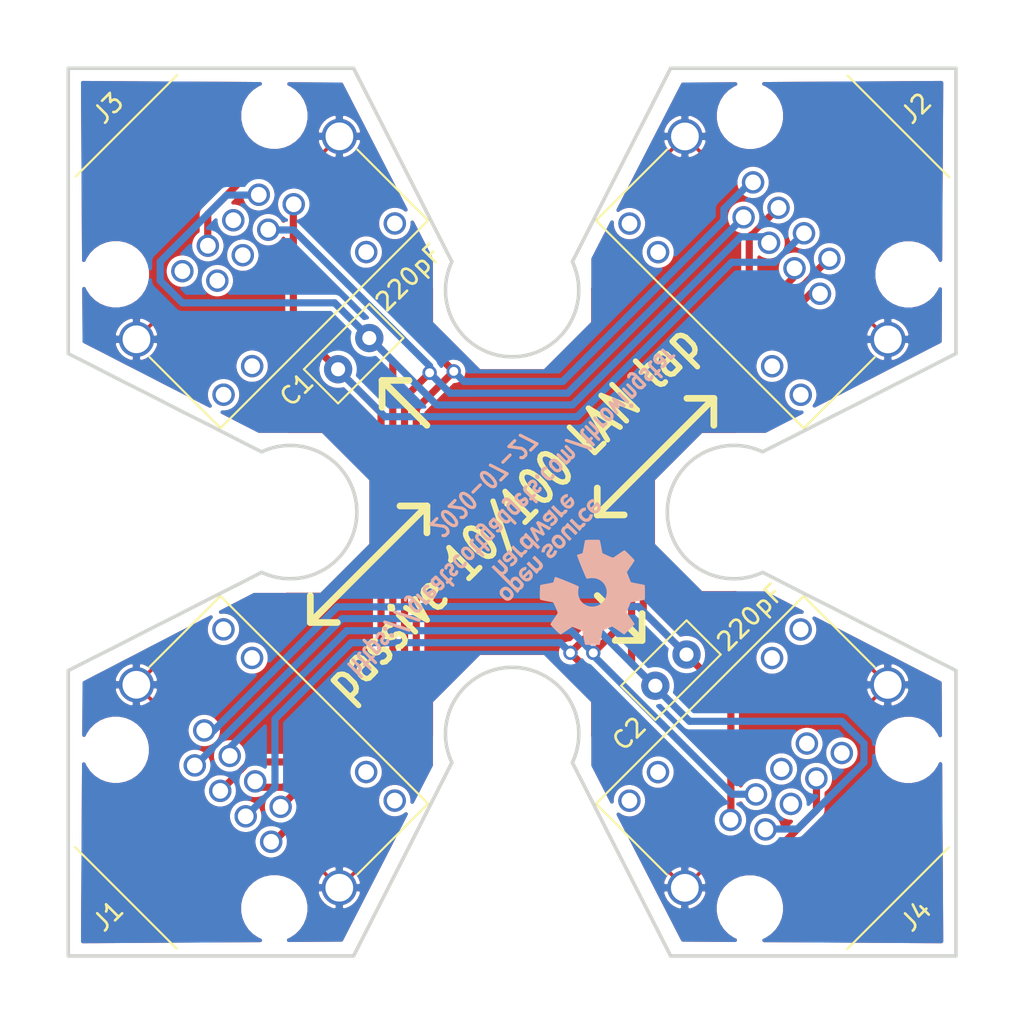
<source format=kicad_pcb>
(kicad_pcb (version 20171130) (host pcbnew 5.1.6)
  (title_block (title "Throwing Star LAN Tap") (date 2020-07-27) (company "Copyright (c) 2010-2020 Great Scott Gadgets <info@greatscottgadgets.com>") (comment 1 "Licensed under the CERN-OHL-P v2"))
  (layers (0 Front signal) (31 Back signal) (34 B.Paste user) (35 F.Paste user) (36 B.SilkS user) (37 F.SilkS user) (38 B.Mask user) (39 F.Mask user) (44 Edge.Cuts user))
  (net 0 "")
  (net 1 /SIG1)
  (net 2 /SIG2)
  (net 3 /SIG3)
  (net 4 /SIG4)
  (net 5 /SIG5)
  (net 6 /SIG6)
  (net 7 /SIG7)
  (net 8 /SIG8)
  (net 9 GND)
  (net 10 "Net-(J3-Pad4)")
  (net 11 "Net-(J3-Pad2)")
  (net 12 "Net-(J3-Pad5)")
  (net 13 "Net-(J3-Pad1)")
  (net 14 "Net-(J4-Pad4)")
  (net 15 "Net-(J4-Pad2)")
  (net 16 "Net-(J4-Pad5)")
  (net 17 "Net-(J4-Pad1)")
  (module Symbol:OSHW-Logo_7.5x8mm_SilkScreen (layer Back) (at 151.892 94.5896 45)
    (fp_text reference REF** hide)
    (fp_text value OSHW-Logo_7.5x8mm_SilkScreen hide)
  )
  (module throwing-star:RJ45_Amphenol_RJHSE538X_TSLT (layer Front) (at 166.7633 104.421797 225)
    (fp_text reference J4 (at 3.560001 -9.5 45) (layer F.SilkS))
    (fp_text value RJ45_Shielded)
    (pad 1 thru_hole circle (at 0 0 225) (size 1.27 1.27) (drill 0.89) (layers *.Cu *.Mask) (net 17 "Net-(J4-Pad1)"))
    (pad 3 thru_hole circle (at 2.04 0 225) (size 1.27 1.27) (drill 0.89) (layers *.Cu *.Mask) (net 3 /SIG3))
    (pad 5 thru_hole circle (at 4.08 0 225) (size 1.27 1.27) (drill 0.89) (layers *.Cu *.Mask) (net 16 "Net-(J4-Pad5)"))
    (pad 7 thru_hole circle (at 6.12 0 225) (size 1.27 1.27) (drill 0.89) (layers *.Cu *.Mask) (net 7 /SIG7))
    (pad 2 thru_hole circle (at 1.02 1.78 225) (size 1.27 1.27) (drill 0.89) (layers *.Cu *.Mask) (net 15 "Net-(J4-Pad2)"))
    (pad 4 thru_hole circle (at 3.06 1.78 225) (size 1.27 1.27) (drill 0.89) (layers *.Cu *.Mask) (net 14 "Net-(J4-Pad4)"))
    (pad 6 thru_hole circle (at 5.1 1.78 225) (size 1.27 1.27) (drill 0.89) (layers *.Cu *.Mask) (net 6 /SIG6))
    (pad 8 thru_hole circle (at 7.14 1.78 225) (size 1.27 1.27) (drill 0.89) (layers *.Cu *.Mask) (net 8 /SIG8))
    (pad "" np_thru_hole circle (at -2.79 -2.54 225) (size 3.25 3.25) (drill 3.25) (layers *.Cu *.Mask))
    (pad "" np_thru_hole circle (at 9.91 -2.54 225) (size 3.25 3.25) (drill 3.25) (layers *.Cu *.Mask))
    (pad SH thru_hole circle (at 11.69 0.89 225) (size 2 2) (drill 1.57) (layers *.Cu *.Mask) (net 9 GND))
    (pad SH thru_hole circle (at -4.57 0.89 225) (size 2 2) (drill 1.57) (layers *.Cu *.Mask) (net 9 GND))
    (pad 9 thru_hole circle (at -3.3 6.6 225) (size 1.27 1.27) (drill 0.89) (layers *.Cu *.Mask))
    (pad 10 thru_hole circle (at -1.01 6.6 225) (size 1.27 1.27) (drill 0.89) (layers *.Cu *.Mask))
    (pad 11 thru_hole circle (at 8.13 6.6 225) (size 1.27 1.27) (drill 0.89) (layers *.Cu *.Mask))
    (pad 12 thru_hole circle (at 10.42 6.6 225) (size 1.27 1.27) (drill 0.89) (layers *.Cu *.Mask))
  )
  (module throwing-star:RJ45_Amphenol_RJHSE538X_TSLT (layer Front) (at 161.734357 72.09322 315)
    (fp_text reference J2 (at 3.560001 -9.5 225) (layer F.SilkS))
    (fp_text value RJ45_Shielded)
    (pad 1 thru_hole circle (at 0 0 315) (size 1.27 1.27) (drill 0.89) (layers *.Cu *.Mask) (net 1 /SIG1))
    (pad 3 thru_hole circle (at 2.04 0 315) (size 1.27 1.27) (drill 0.89) (layers *.Cu *.Mask) (net 3 /SIG3))
    (pad 5 thru_hole circle (at 4.08 0 315) (size 1.27 1.27) (drill 0.89) (layers *.Cu *.Mask) (net 5 /SIG5))
    (pad 7 thru_hole circle (at 6.12 0 315) (size 1.27 1.27) (drill 0.89) (layers *.Cu *.Mask) (net 7 /SIG7))
    (pad 2 thru_hole circle (at 1.02 1.78 315) (size 1.27 1.27) (drill 0.89) (layers *.Cu *.Mask) (net 2 /SIG2))
    (pad 4 thru_hole circle (at 3.06 1.78 315) (size 1.27 1.27) (drill 0.89) (layers *.Cu *.Mask) (net 4 /SIG4))
    (pad 6 thru_hole circle (at 5.1 1.78 315) (size 1.27 1.27) (drill 0.89) (layers *.Cu *.Mask) (net 6 /SIG6))
    (pad 8 thru_hole circle (at 7.14 1.78 315) (size 1.27 1.27) (drill 0.89) (layers *.Cu *.Mask) (net 8 /SIG8))
    (pad "" np_thru_hole circle (at -2.79 -2.54 315) (size 3.25 3.25) (drill 3.25) (layers *.Cu *.Mask))
    (pad "" np_thru_hole circle (at 9.91 -2.54 315) (size 3.25 3.25) (drill 3.25) (layers *.Cu *.Mask))
    (pad SH thru_hole circle (at 11.69 0.89 315) (size 2 2) (drill 1.57) (layers *.Cu *.Mask) (net 9 GND))
    (pad SH thru_hole circle (at -4.57 0.89 315) (size 2 2) (drill 1.57) (layers *.Cu *.Mask) (net 9 GND))
    (pad 9 thru_hole circle (at -3.3 6.6 315) (size 1.27 1.27) (drill 0.89) (layers *.Cu *.Mask))
    (pad 10 thru_hole circle (at -1.01 6.6 315) (size 1.27 1.27) (drill 0.89) (layers *.Cu *.Mask))
    (pad 11 thru_hole circle (at 8.13 6.6 315) (size 1.27 1.27) (drill 0.89) (layers *.Cu *.Mask))
    (pad 12 thru_hole circle (at 10.42 6.6 315) (size 1.27 1.27) (drill 0.89) (layers *.Cu *.Mask))
  )
  (module throwing-star:RJ45_Amphenol_RJHSE538X_TSLT (layer Front) (at 134.432183 109.45074 135)
    (fp_text reference J1 (at 3.560001 -9.5 225) (layer F.SilkS))
    (fp_text value RJ45_Shielded)
    (pad 1 thru_hole circle (at 0 0 135) (size 1.27 1.27) (drill 0.89) (layers *.Cu *.Mask) (net 1 /SIG1))
    (pad 3 thru_hole circle (at 2.04 0 135) (size 1.27 1.27) (drill 0.89) (layers *.Cu *.Mask) (net 3 /SIG3))
    (pad 5 thru_hole circle (at 4.08 0 135) (size 1.27 1.27) (drill 0.89) (layers *.Cu *.Mask) (net 5 /SIG5))
    (pad 7 thru_hole circle (at 6.12 0 135) (size 1.27 1.27) (drill 0.89) (layers *.Cu *.Mask) (net 7 /SIG7))
    (pad 2 thru_hole circle (at 1.02 1.78 135) (size 1.27 1.27) (drill 0.89) (layers *.Cu *.Mask) (net 2 /SIG2))
    (pad 4 thru_hole circle (at 3.06 1.78 135) (size 1.27 1.27) (drill 0.89) (layers *.Cu *.Mask) (net 4 /SIG4))
    (pad 6 thru_hole circle (at 5.1 1.78 135) (size 1.27 1.27) (drill 0.89) (layers *.Cu *.Mask) (net 6 /SIG6))
    (pad 8 thru_hole circle (at 7.14 1.78 135) (size 1.27 1.27) (drill 0.89) (layers *.Cu *.Mask) (net 8 /SIG8))
    (pad "" np_thru_hole circle (at -2.79 -2.54 135) (size 3.25 3.25) (drill 3.25) (layers *.Cu *.Mask))
    (pad "" np_thru_hole circle (at 9.91 -2.54 135) (size 3.25 3.25) (drill 3.25) (layers *.Cu *.Mask))
    (pad SH thru_hole circle (at 11.69 0.89 135) (size 2 2) (drill 1.57) (layers *.Cu *.Mask) (net 9 GND))
    (pad SH thru_hole circle (at -4.57 0.89 135) (size 2 2) (drill 1.57) (layers *.Cu *.Mask) (net 9 GND))
    (pad 9 thru_hole circle (at -3.3 6.6 135) (size 1.27 1.27) (drill 0.89) (layers *.Cu *.Mask))
    (pad 10 thru_hole circle (at -1.01 6.6 135) (size 1.27 1.27) (drill 0.89) (layers *.Cu *.Mask))
    (pad 11 thru_hole circle (at 8.13 6.6 135) (size 1.27 1.27) (drill 0.89) (layers *.Cu *.Mask))
    (pad 12 thru_hole circle (at 10.42 6.6 135) (size 1.27 1.27) (drill 0.89) (layers *.Cu *.Mask))
  )
  (module throwing-star:RJ45_Amphenol_RJHSE538X_TSLT (layer Front) (at 129.40324 77.122163 45)
    (fp_text reference J3 (at 3.560001 -9.5 45) (layer F.SilkS))
    (fp_text value RJ45_Shielded)
    (pad 1 thru_hole circle (at 0 0 45) (size 1.27 1.27) (drill 0.89) (layers *.Cu *.Mask) (net 13 "Net-(J3-Pad1)"))
    (pad 3 thru_hole circle (at 2.04 0 45) (size 1.27 1.27) (drill 0.89) (layers *.Cu *.Mask) (net 1 /SIG1))
    (pad 5 thru_hole circle (at 4.08 0 45) (size 1.27 1.27) (drill 0.89) (layers *.Cu *.Mask) (net 12 "Net-(J3-Pad5)"))
    (pad 7 thru_hole circle (at 6.12 0 45) (size 1.27 1.27) (drill 0.89) (layers *.Cu *.Mask) (net 4 /SIG4))
    (pad 2 thru_hole circle (at 1.02 1.78 45) (size 1.27 1.27) (drill 0.89) (layers *.Cu *.Mask) (net 11 "Net-(J3-Pad2)"))
    (pad 4 thru_hole circle (at 3.06 1.78 45) (size 1.27 1.27) (drill 0.89) (layers *.Cu *.Mask) (net 10 "Net-(J3-Pad4)"))
    (pad 6 thru_hole circle (at 5.1 1.78 45) (size 1.27 1.27) (drill 0.89) (layers *.Cu *.Mask) (net 2 /SIG2))
    (pad 8 thru_hole circle (at 7.14 1.78 45) (size 1.27 1.27) (drill 0.89) (layers *.Cu *.Mask) (net 5 /SIG5))
    (pad "" np_thru_hole circle (at -2.79 -2.54 45) (size 3.25 3.25) (drill 3.25) (layers *.Cu *.Mask))
    (pad "" np_thru_hole circle (at 9.91 -2.54 45) (size 3.25 3.25) (drill 3.25) (layers *.Cu *.Mask))
    (pad SH thru_hole circle (at 11.69 0.89 45) (size 2 2) (drill 1.57) (layers *.Cu *.Mask) (net 9 GND))
    (pad SH thru_hole circle (at -4.57 0.89 45) (size 2 2) (drill 1.57) (layers *.Cu *.Mask) (net 9 GND))
    (pad 9 thru_hole circle (at -3.3 6.6 45) (size 1.27 1.27) (drill 0.89) (layers *.Cu *.Mask))
    (pad 10 thru_hole circle (at -1.01 6.6 45) (size 1.27 1.27) (drill 0.89) (layers *.Cu *.Mask))
    (pad 11 thru_hole circle (at 8.13 6.6 45) (size 1.27 1.27) (drill 0.89) (layers *.Cu *.Mask))
    (pad 12 thru_hole circle (at 10.42 6.6 45) (size 1.27 1.27) (drill 0.89) (layers *.Cu *.Mask))
  )
  (module Capacitor_THT:C_Disc_D5.0mm_W2.5mm_P2.50mm (layer Front) (at 139.9921 80.9117 225)
    (fp_text reference C1 (at 4.975254 0.838756 45) (layer F.SilkS))
    (fp_text value 220pF (at -4.005002 0.838756 45) (layer F.SilkS))
    (pad 2 thru_hole circle (at 2.5 0 225) (size 1.6 1.6) (drill 0.8) (layers *.Cu *.Mask) (net 5 /SIG5))
    (pad 1 thru_hole circle (at 0 0 225) (size 1.6 1.6) (drill 0.8) (layers *.Cu *.Mask) (net 4 /SIG4))
  )
  (module Capacitor_THT:C_Disc_D5.0mm_W2.5mm_P2.50mm (layer Front) (at 156.1973 100.6094 45)
    (fp_text reference C2 (at -2.974068 0.881861 45) (layer F.SilkS))
    (fp_text value 220pF (at 6.545003 1.061466 45) (layer F.SilkS))
    (pad 1 thru_hole circle (at 0 0 45) (size 1.6 1.6) (drill 0.8) (layers *.Cu *.Mask) (net 7 /SIG7))
    (pad 2 thru_hole circle (at 2.5 0 45) (size 1.6 1.6) (drill 0.8) (layers *.Cu *.Mask) (net 8 /SIG8))
  )
  (gr_text 2020-07-27 (at 146.4564 89.154 225) (layer B.SilkS) (effects (font (size 1.016 0.762) (thickness 0.1778)) (justify mirror)))
  (gr_line (start 152.908 90.932) (end 154.432 90.932) (angle 90) (layer F.SilkS) (width 0.381))
  (gr_line (start 152.908 90.932) (end 152.908 89.408) (angle 90) (layer F.SilkS) (width 0.381))
  (gr_line (start 159.512 84.328) (end 152.908 90.932) (angle 90) (layer F.SilkS) (width 0.381))
  (gr_line (start 159.512 84.328) (end 157.988 84.328) (angle 90) (layer F.SilkS) (width 0.381))
  (gr_line (start 159.512 84.328) (end 159.512 85.852) (angle 90) (layer F.SilkS) (width 0.381))
  (gr_line (start 143.256 90.424) (end 143.256 91.948) (angle 90) (layer F.SilkS) (width 0.381))
  (gr_line (start 143.256 90.424) (end 141.732 90.424) (angle 90) (layer F.SilkS) (width 0.381))
  (gr_line (start 136.652 97.028) (end 143.256 90.424) (angle 90) (layer F.SilkS) (width 0.381))
  (gr_line (start 136.652 97.028) (end 138.176 97.028) (angle 90) (layer F.SilkS) (width 0.381))
  (gr_line (start 136.652 97.028) (end 136.652 95.504) (angle 90) (layer F.SilkS) (width 0.381))
  (gr_line (start 155.448 98.044) (end 152.908 95.504) (angle 90) (layer F.SilkS) (width 0.381))
  (gr_line (start 155.448 98.044) (end 153.924 98.044) (angle 90) (layer F.SilkS) (width 0.381))
  (gr_line (start 155.448 98.044) (end 155.448 96.52) (angle 90) (layer F.SilkS) (width 0.381))
  (gr_line (start 140.716 83.312) (end 143.256 85.852) (angle 90) (layer F.SilkS) (width 0.381))
  (gr_line (start 140.716 83.312) (end 142.24 83.312) (angle 90) (layer F.SilkS) (width 0.381))
  (gr_line (start 140.716 83.312) (end 140.716 84.836) (angle 90) (layer F.SilkS) (width 0.381))
  (gr_text "passive 10/100 LAN tap" (at 148.08454 90.77198 45) (layer F.SilkS) (effects (font (size 2.032 1.524) (thickness 0.3048))))
  (gr_text https://greatscottgadgets.com/throwingstar (at 148.08454 90.77198 225) (layer B.SilkS) (effects (font (size 1.016 0.762) (thickness 0.1778)) (justify mirror)))
  (gr_arc (start 148.08454 103.34498) (end 144.67078 104.96042) (angle 230.7) (layer Edge.Cuts) (width 0.2032))
  (gr_arc (start 135.51154 90.77198) (end 133.89356 87.36076) (angle 230.7) (layer Edge.Cuts) (width 0.2032))
  (gr_arc (start 148.08454 78.19898) (end 151.49576 76.58354) (angle 230.7) (layer Edge.Cuts) (width 0.2032))
  (gr_arc (start 160.655 90.77198) (end 162.27298 94.18574) (angle 230.7) (layer Edge.Cuts) (width 0.2032))
  (gr_line (start 173.228 99.75342) (end 162.27298 94.18574) (angle 90) (layer Edge.Cuts) (width 0.2032))
  (gr_line (start 157.06344 115.91798) (end 151.49576 104.96042) (angle 90) (layer Edge.Cuts) (width 0.2032))
  (gr_line (start 139.1031 115.91798) (end 144.67078 104.96042) (angle 90) (layer Edge.Cuts) (width 0.2032))
  (gr_line (start 122.93854 99.75342) (end 133.89356 94.18574) (angle 90) (layer Edge.Cuts) (width 0.2032))
  (gr_line (start 122.93854 81.79308) (end 133.89356 87.36076) (angle 90) (layer Edge.Cuts) (width 0.2032))
  (gr_line (start 139.1031 65.62852) (end 144.67078 76.58354) (angle 90) (layer Edge.Cuts) (width 0.2032))
  (gr_line (start 173.228 115.91798) (end 157.06344 115.91798) (angle 90) (layer Edge.Cuts) (width 0.2032))
  (gr_line (start 173.228 115.91798) (end 173.228 99.75342) (angle 90) (layer Edge.Cuts) (width 0.2032))
  (gr_line (start 122.93854 115.91798) (end 139.1031 115.91798) (angle 90) (layer Edge.Cuts) (width 0.2032))
  (gr_line (start 122.93854 115.91798) (end 122.93854 99.75342) (angle 90) (layer Edge.Cuts) (width 0.2032))
  (gr_line (start 122.93854 65.62852) (end 122.93854 81.79308) (angle 90) (layer Edge.Cuts) (width 0.2032))
  (gr_line (start 122.93854 65.62852) (end 139.1031 65.62852) (angle 90) (layer Edge.Cuts) (width 0.2032))
  (gr_line (start 157.06344 65.62852) (end 151.49576 76.58354) (angle 90) (layer Edge.Cuts) (width 0.2032))
  (gr_line (start 173.228 65.62852) (end 157.06344 65.62852) (angle 90) (layer Edge.Cuts) (width 0.2032))
  (gr_line (start 173.228 81.79308) (end 162.27298 87.36076) (angle 90) (layer Edge.Cuts) (width 0.2032))
  (gr_line (start 173.228 65.62852) (end 173.228 81.79308) (angle 90) (layer Edge.Cuts) (width 0.2032))
  (segment (start 134.43204 109.45114) (end 134.57682 109.45114) (width 0.4064) (layer Front) (net 1))
  (segment (start 142.65402 84.92236) (end 142.65402 100.73386) (width 0.4064) (layer Front) (net 1))
  (segment (start 142.65402 100.73386) (end 136.08558 107.3023) (width 0.4064) (layer Front) (net 1))
  (segment (start 136.08558 107.3023) (end 136.08558 107.94238) (width 0.4064) (layer Front) (net 1))
  (segment (start 142.65402 84.92236) (end 144.77746 82.79892) (width 0.4064) (layer Front) (net 1))
  (segment (start 134.57682 109.45114) (end 136.08558 107.94238) (width 0.4064) (layer Front) (net 1))
  (segment (start 130.84048 75.68438) (end 130.84048 73.8886) (width 0.4064) (layer Front) (net 1))
  (segment (start 133.2484 71.48322) (end 130.84048 73.8886) (width 0.4064) (layer Front) (net 1))
  (segment (start 135.61822 71.48322) (end 133.2484 71.48322) (width 0.4064) (layer Front) (net 1))
  (segment (start 136.94664 72.81164) (end 135.61822 71.48322) (width 0.4064) (layer Front) (net 1))
  (segment (start 136.94664 74.9681) (end 136.94664 72.81164) (width 0.4064) (layer Front) (net 1))
  (segment (start 136.94664 74.9681) (end 144.77746 82.79892) (width 0.4064) (layer Front) (net 1))
  (segment (start 160.08096 73.60158) (end 161.58972 72.09282) (width 0.4064) (layer Back) (net 1))
  (segment (start 160.08096 73.60158) (end 160.08096 74.24166) (width 0.4064) (layer Back) (net 1))
  (segment (start 160.08096 74.24166) (end 150.94966 83.37296) (width 0.4064) (layer Back) (net 1))
  (segment (start 150.94966 83.37296) (end 145.35404 83.37296) (width 0.4064) (layer Back) (net 1))
  (via (at 144.77746 82.79892) (size 0.8128) (layers Front Back) (net 1))
  (segment (start 144.77746 82.79892) (end 145.35404 83.37296) (width 0.4064) (layer Back) (net 1))
  (segment (start 161.58972 72.09282) (end 161.7345 72.09282) (width 0.4064) (layer Back) (net 1))
  (segment (start 143.4084 82.4992) (end 143.4084 82.8802) (width 0.4064) (layer Back) (net 2))
  (segment (start 135.69696 74.78776) (end 143.4084 82.4992) (width 0.4064) (layer Back) (net 2))
  (segment (start 134.2517 74.78776) (end 135.69696 74.78776) (width 0.4064) (layer Back) (net 2))
  (segment (start 144.5768 84.0359) (end 144.5641 84.0359) (width 0.4064) (layer Back) (net 2))
  (segment (start 161.19602 74.06894) (end 161.19348 74.06894) (width 0.4064) (layer Back) (net 2))
  (segment (start 151.22652 84.0359) (end 145.3896 84.0359) (width 0.4064) (layer Back) (net 2))
  (segment (start 161.19348 74.06894) (end 151.22652 84.0359) (width 0.4064) (layer Back) (net 2))
  (segment (start 144.5768 84.0359) (end 145.3896 84.0359) (width 0.4064) (layer Back) (net 2))
  (via (at 143.4084 82.8802) (size 0.8128) (layers Front Back) (net 2))
  (segment (start 144.5641 84.0359) (end 143.4084 82.8802) (width 0.4064) (layer Back) (net 2))
  (segment (start 141.98854 84.30514) (end 141.98854 84.30006) (width 0.4064) (layer Front) (net 2))
  (segment (start 141.98854 84.30006) (end 143.4084 82.8802) (width 0.4064) (layer Front) (net 2))
  (segment (start 141.98854 85.1662) (end 141.98854 84.30514) (width 0.4064) (layer Front) (net 2))
  (segment (start 141.98854 100.457) (end 141.98854 85.1662) (width 0.4064) (layer Front) (net 2))
  (segment (start 134.97052 107.47502) (end 141.98854 100.457) (width 0.4064) (layer Front) (net 2))
  (segment (start 141.98854 84.30514) (end 141.986 84.3026) (width 0.4064) (layer Front) (net 2))
  (segment (start 162.19932 74.50074) (end 162.20186 74.50074) (width 0.4064) (layer Front) (net 3))
  (segment (start 161.5186 75.18146) (end 161.5186 79.04734) (width 0.4064) (layer Front) (net 3))
  (segment (start 161.5186 79.04734) (end 153.48966 87.07628) (width 0.4064) (layer Front) (net 3))
  (segment (start 161.62528 75.07478) (end 162.19932 74.50074) (width 0.3302) (layer Front) (net 3))
  (segment (start 153.48966 96.64446) (end 153.48966 87.07628) (width 0.4064) (layer Front) (net 3))
  (segment (start 151.38908 98.74758) (end 153.48966 96.64446) (width 0.4064) (layer Front) (net 3))
  (segment (start 161.62528 75.07478) (end 161.5186 75.18146) (width 0.4064) (layer Front) (net 3))
  (segment (start 162.20186 74.50074) (end 163.17214 73.53046) (width 0.4064) (layer Front) (net 3))
  (segment (start 165.32606 105.85958) (end 165.32606 107.65536) (width 0.4064) (layer Front) (net 3))
  (segment (start 159.2199 106.5784) (end 151.38908 98.74758) (width 0.4064) (layer Front) (net 3))
  (segment (start 162.9918 109.98962) (end 165.32606 107.65536) (width 0.4064) (layer Front) (net 3))
  (segment (start 160.40354 109.98962) (end 162.9918 109.98962) (width 0.4064) (layer Front) (net 3))
  (segment (start 159.2199 108.80344) (end 160.40354 109.98962) (width 0.4064) (layer Front) (net 3))
  (segment (start 159.2199 106.5784) (end 159.2199 108.80344) (width 0.4064) (layer Front) (net 3))
  (segment (start 132.9944 108.0135) (end 132.99694 108.0135) (width 0.4064) (layer Back) (net 3))
  (segment (start 134.64794 106.3625) (end 134.64794 102.49662) (width 0.4064) (layer Back) (net 3))
  (segment (start 134.64794 102.49662) (end 138.97356 98.171) (width 0.4064) (layer Back) (net 3))
  (via (at 151.38908 98.74758) (size 0.8128) (layers Front Back) (net 3))
  (segment (start 134.54126 106.46918) (end 133.96722 107.04322) (width 0.3302) (layer Back) (net 3))
  (segment (start 150.8125 98.171) (end 151.38908 98.74758) (width 0.4064) (layer Back) (net 3))
  (segment (start 138.97356 98.171) (end 150.8125 98.171) (width 0.4064) (layer Back) (net 3))
  (segment (start 134.54126 106.46918) (end 134.64794 106.3625) (width 0.4064) (layer Back) (net 3))
  (segment (start 132.99694 108.0135) (end 133.96722 107.04322) (width 0.4064) (layer Back) (net 3))
  (segment (start 133.71322 72.81164) (end 131.91998 72.81164) (width 0.4064) (layer Back) (net 4))
  (segment (start 138.02614 78.9178) (end 129.40538 78.9178) (width 0.4064) (layer Back) (net 4))
  (segment (start 129.40538 78.9178) (end 128.14808 77.6605) (width 0.4064) (layer Back) (net 4))
  (segment (start 128.14808 77.6605) (end 128.14808 76.58354) (width 0.4064) (layer Back) (net 4))
  (segment (start 128.14808 76.58354) (end 131.91998 72.81164) (width 0.4064) (layer Back) (net 4))
  (segment (start 138.02614 78.9178) (end 140.00226 80.89392) (width 0.4064) (layer Back) (net 4))
  (segment (start 133.53542 106.03738) (end 133.86054 106.3625) (width 0.4064) (layer Front) (net 4))
  (segment (start 141.32306 100.18268) (end 141.32306 82.21472) (width 0.4064) (layer Front) (net 4))
  (segment (start 141.32306 82.21472) (end 140.00226 80.89392) (width 0.4064) (layer Front) (net 4))
  (segment (start 135.14324 106.3625) (end 141.32306 100.18268) (width 0.4064) (layer Front) (net 4))
  (segment (start 133.86054 106.3625) (end 135.14324 106.3625) (width 0.4064) (layer Front) (net 4))
  (segment (start 162.63112 75.50658) (end 162.29838 75.17384) (width 0.4064) (layer Back) (net 4))
  (segment (start 151.50338 84.70138) (end 143.80972 84.70138) (width 0.4064) (layer Back) (net 4))
  (segment (start 143.80972 84.70138) (end 140.00226 80.89392) (width 0.4064) (layer Back) (net 4))
  (segment (start 161.03092 75.17384) (end 151.50338 84.70138) (width 0.4064) (layer Back) (net 4))
  (segment (start 162.29838 75.17384) (end 161.03092 75.17384) (width 0.4064) (layer Back) (net 4))
  (segment (start 132.4864 105.6386) (end 133.1214 105.0036) (width 0.3302) (layer Front) (net 5))
  (segment (start 131.5593 106.5657) (end 132.4864 105.6386) (width 0.4064) (layer Front) (net 5))
  (segment (start 131.5593 106.57586) (end 131.5593 106.5657) (width 0.4064) (layer Front) (net 5))
  (segment (start 140.65504 99.9109) (end 135.63854 104.9274) (width 0.4064) (layer Front) (net 5))
  (segment (start 135.63854 104.9274) (end 133.1976 104.9274) (width 0.4064) (layer Front) (net 5))
  (segment (start 133.1976 104.9274) (end 133.1214 105.0036) (width 0.4064) (layer Front) (net 5))
  (segment (start 140.65758 85.14588) (end 138.20394 82.69224) (width 0.4064) (layer Front) (net 5))
  (segment (start 140.65758 85.14588) (end 140.65758 99.9109) (width 0.4064) (layer Front) (net 5))
  (segment (start 140.65758 99.9109) (end 140.65504 99.9109) (width 0.4064) (layer Front) (net 5))
  (segment (start 140.8811 85.36686) (end 140.87856 85.36686) (width 0.4064) (layer Back) (net 5))
  (segment (start 164.60724 74.9681) (end 163.6395 75.93584) (width 0.4064) (layer Back) (net 5))
  (segment (start 163.06292 76.51242) (end 162.9537 76.6191) (width 0.4064) (layer Back) (net 5))
  (segment (start 151.78024 85.36686) (end 140.8811 85.36686) (width 0.4064) (layer Back) (net 5))
  (segment (start 163.06292 76.51242) (end 163.63696 75.93584) (width 0.3302) (layer Back) (net 5))
  (segment (start 160.52546 76.6191) (end 151.78024 85.36686) (width 0.4064) (layer Back) (net 5))
  (segment (start 162.9537 76.6191) (end 160.52546 76.6191) (width 0.4064) (layer Back) (net 5))
  (segment (start 163.63696 75.93584) (end 163.6395 75.93584) (width 0.4064) (layer Back) (net 5))
  (segment (start 140.87856 85.36686) (end 138.20394 82.69224) (width 0.4064) (layer Back) (net 5))
  (segment (start 135.68934 80.1751) (end 135.68934 80.17764) (width 0.4064) (layer Front) (net 5))
  (segment (start 135.68934 73.35012) (end 135.68934 80.1751) (width 0.4064) (layer Front) (net 5))
  (segment (start 135.68934 80.17764) (end 138.20394 82.69224) (width 0.4064) (layer Front) (net 5))
  (segment (start 161.91484 106.7562) (end 160.54832 106.7562) (width 0.4064) (layer Back) (net 6))
  (segment (start 152.68194 98.88982) (end 152.68194 98.74758) (width 0.4064) (layer Back) (net 6))
  (segment (start 152.68194 98.88982) (end 160.54832 106.7562) (width 0.4064) (layer Back) (net 6))
  (segment (start 164.06876 76.94168) (end 163.97732 77.03312) (width 0.4064) (layer Front) (net 6))
  (segment (start 154.15514 87.35314) (end 154.15514 97.27438) (width 0.4064) (layer Front) (net 6))
  (segment (start 154.15514 97.27438) (end 152.68194 98.74758) (width 0.4064) (layer Front) (net 6))
  (via (at 152.68194 98.74758) (size 0.8128) (layers Front Back) (net 6))
  (segment (start 163.97732 77.52842) (end 154.15514 87.35314) (width 0.4064) (layer Front) (net 6))
  (segment (start 163.97732 77.03312) (end 163.97732 77.52842) (width 0.4064) (layer Front) (net 6))
  (segment (start 132.09778 104.60228) (end 132.1435 104.55656) (width 0.4064) (layer Back) (net 6))
  (segment (start 138.71448 97.49028) (end 151.42464 97.49028) (width 0.4064) (layer Back) (net 6))
  (segment (start 151.42464 97.49028) (end 152.68194 98.74758) (width 0.4064) (layer Back) (net 6))
  (segment (start 132.1435 104.06126) (end 138.71448 97.49028) (width 0.4064) (layer Back) (net 6))
  (segment (start 132.1435 104.55656) (end 132.1435 104.06126) (width 0.4064) (layer Back) (net 6))
  (segment (start 156.16428 100.65258) (end 156.16428 100.65004) (width 0.4064) (layer Front) (net 7))
  (segment (start 164.49802 77.94752) (end 154.8511 87.59698) (width 0.4064) (layer Front) (net 7))
  (segment (start 154.8511 87.59698) (end 154.8511 99.33686) (width 0.4064) (layer Front) (net 7))
  (segment (start 165.0746 77.37348) (end 164.49802 77.94752) (width 0.3302) (layer Front) (net 7))
  (segment (start 165.0746 77.37348) (end 166.04488 76.4032) (width 0.4064) (layer Front) (net 7))
  (segment (start 156.16428 100.65004) (end 154.8511 99.33686) (width 0.4064) (layer Front) (net 7))
  (segment (start 162.4584 108.72724) (end 162.45332 108.73232) (width 0.4064) (layer Back) (net 7))
  (segment (start 164.25164 108.72724) (end 162.4584 108.72724) (width 0.4064) (layer Back) (net 7))
  (segment (start 164.25164 108.72724) (end 164.24656 108.73232) (width 0.4064) (layer Back) (net 7))
  (segment (start 156.16428 100.65258) (end 156.16428 100.65004) (width 0.4064) (layer Back) (net 7))
  (segment (start 156.16428 100.65004) (end 152.32126 96.80702) (width 0.4064) (layer Back) (net 7))
  (segment (start 130.12166 105.14076) (end 131.09194 104.17048) (width 0.4064) (layer Back) (net 7))
  (segment (start 158.1404 102.62616) (end 166.76116 102.62616) (width 0.4064) (layer Back) (net 7))
  (segment (start 166.76116 102.62616) (end 168.01846 103.88346) (width 0.4064) (layer Back) (net 7))
  (segment (start 168.01846 103.88346) (end 168.01846 104.96042) (width 0.4064) (layer Back) (net 7))
  (segment (start 156.16428 100.65004) (end 158.1404 102.62616) (width 0.4064) (layer Back) (net 7))
  (segment (start 168.01846 104.96042) (end 164.25164 108.72724) (width 0.4064) (layer Back) (net 7))
  (segment (start 131.66852 103.59644) (end 131.09194 104.17048) (width 0.3302) (layer Back) (net 7))
  (segment (start 138.4554 96.80702) (end 152.32126 96.80702) (width 0.4064) (layer Back) (net 7))
  (segment (start 131.66852 103.59644) (end 138.4554 96.80702) (width 0.4064) (layer Back) (net 7))
  (segment (start 165.5064 78.37932) (end 165.00602 78.37932) (width 0.4064) (layer Front) (net 8))
  (segment (start 155.51658 87.87638) (end 155.51404 87.87638) (width 0.4064) (layer Front) (net 8))
  (segment (start 155.51658 87.86876) (end 155.51658 87.87638) (width 0.4064) (layer Front) (net 8))
  (segment (start 165.00602 78.37932) (end 155.51658 87.86876) (width 0.4064) (layer Front) (net 8))
  (segment (start 157.9626 98.85426) (end 155.51404 96.4057) (width 0.4064) (layer Front) (net 8))
  (segment (start 155.51404 96.4057) (end 155.51404 87.87638) (width 0.4064) (layer Front) (net 8))
  (segment (start 155.51404 87.87638) (end 155.51404 87.87638) (width 0.4064) (layer Front) (net 8))
  (segment (start 130.66014 103.16464) (end 131.16052 103.16464) (width 0.4064) (layer Back) (net 8))
  (segment (start 131.35102 102.97414) (end 131.35102 102.9716) (width 0.4064) (layer Back) (net 8))
  (segment (start 131.16052 103.16464) (end 131.35102 102.97414) (width 0.4064) (layer Back) (net 8))
  (segment (start 142.00632 96.12376) (end 141.98854 96.14154) (width 0.4064) (layer Back) (net 8))
  (segment (start 157.9626 98.85426) (end 155.2321 96.12376) (width 0.4064) (layer Back) (net 8))
  (segment (start 142.00632 96.12376) (end 155.2321 96.12376) (width 0.4064) (layer Back) (net 8))
  (segment (start 138.18108 96.14154) (end 131.35102 102.9716) (width 0.4064) (layer Back) (net 8))
  (segment (start 131.35102 102.9716) (end 131.15798 103.16464) (width 0.4064) (layer Back) (net 8))
  (segment (start 141.98854 96.14154) (end 138.18108 96.14154) (width 0.4064) (layer Back) (net 8))
  (segment (start 157.9626 98.85426) (end 160.4772 101.36886) (width 0.4064) (layer Front) (net 8))
  (segment (start 160.4772 101.36886) (end 160.4772 108.19384) (width 0.4064) (layer Front) (net 8))
  (segment (start 157.87116 69.48932) (end 155.98648 71.374) (width 0.2032) (layer Front) (net 9))
  (segment (start 138.29538 72.90054) (end 138.29538 69.48932) (width 0.2032) (layer Front) (net 9))
  (segment (start 143.50238 78.11008) (end 138.29538 72.90054) (width 0.2032) (layer Front) (net 9))
  (segment (start 143.50238 80.0862) (end 143.50238 78.11008) (width 0.2032) (layer Front) (net 9))
  (segment (start 146.19732 82.7786) (end 143.50238 80.0862) (width 0.2032) (layer Front) (net 9))
  (segment (start 149.96922 82.7786) (end 146.19732 82.7786) (width 0.2032) (layer Front) (net 9))
  (segment (start 152.66416 80.0862) (end 149.96922 82.7786) (width 0.2032) (layer Front) (net 9))
  (segment (start 152.66416 78.11008) (end 152.66416 80.0862) (width 0.2032) (layer Front) (net 9))
  (segment (start 155.98648 74.78776) (end 152.66416 78.11008) (width 0.2032) (layer Front) (net 9))
  (segment (start 155.98648 71.374) (end 155.98648 74.78776) (width 0.2032) (layer Front) (net 9))
  (segment (start 169.3672 100.56114) (end 168.2877 99.48418) (width 0.2032) (layer Front) (net 9))
  (segment (start 165.95344 80.98282) (end 169.3672 80.98282) (width 0.2032) (layer Front) (net 9))
  (segment (start 160.74644 86.19236) (end 165.95344 80.98282) (width 0.2032) (layer Front) (net 9))
  (segment (start 158.77032 86.19236) (end 160.74644 86.19236) (width 0.2032) (layer Front) (net 9))
  (segment (start 156.07538 88.8873) (end 158.77032 86.19236) (width 0.2032) (layer Front) (net 9))
  (segment (start 156.07538 92.6592) (end 156.07538 88.8873) (width 0.2032) (layer Front) (net 9))
  (segment (start 158.77032 95.3516) (end 156.07538 92.6592) (width 0.2032) (layer Front) (net 9))
  (segment (start 160.74644 95.3516) (end 158.77032 95.3516) (width 0.2032) (layer Front) (net 9))
  (segment (start 164.87648 99.48418) (end 160.74644 95.3516) (width 0.2032) (layer Front) (net 9))
  (segment (start 168.2877 99.48418) (end 164.87648 99.48418) (width 0.2032) (layer Front) (net 9))
  (segment (start 157.87116 112.05464) (end 159.3088 110.61954) (width 0.2032) (layer Front) (net 9))
  (segment (start 168.46804 101.45776) (end 169.3672 100.56114) (width 0.2032) (layer Front) (net 9))
  (segment (start 168.46804 105.76814) (end 168.46804 101.45776) (width 0.2032) (layer Front) (net 9))
  (segment (start 163.61918 110.61954) (end 168.46804 105.76814) (width 0.2032) (layer Front) (net 9))
  (segment (start 159.3088 110.61954) (end 163.61918 110.61954) (width 0.2032) (layer Front) (net 9))
  (segment (start 157.87116 112.05464) (end 156.16428 110.3503) (width 0.2032) (layer Front) (net 9))
  (segment (start 139.82192 110.5281) (end 139.82192 107.11688) (width 0.2032) (layer Front) (net 9))
  (segment (start 139.82192 107.11688) (end 143.50238 103.43388) (width 0.2032) (layer Front) (net 9))
  (segment (start 143.50238 103.43388) (end 143.50238 101.45776) (width 0.2032) (layer Front) (net 9))
  (segment (start 143.50238 101.45776) (end 146.19732 98.76536) (width 0.2032) (layer Front) (net 9))
  (segment (start 146.19732 98.76536) (end 149.96922 98.76536) (width 0.2032) (layer Front) (net 9))
  (segment (start 149.96922 98.76536) (end 152.66416 101.45776) (width 0.2032) (layer Front) (net 9))
  (segment (start 139.82192 110.5281) (end 138.29538 112.05464) (width 0.2032) (layer Front) (net 9))
  (segment (start 152.66416 103.43388) (end 152.66416 101.45776) (width 0.2032) (layer Front) (net 9))
  (segment (start 156.16428 106.93654) (end 152.66416 103.43388) (width 0.2032) (layer Front) (net 9))
  (segment (start 156.16428 110.3503) (end 156.16428 106.93654) (width 0.2032) (layer Front) (net 9))
  (segment (start 126.79934 100.56114) (end 128.41732 98.94316) (width 0.2032) (layer Front) (net 9))
  (segment (start 130.2131 80.98282) (end 126.79934 80.98282) (width 0.2032) (layer Front) (net 9))
  (segment (start 135.4201 86.19236) (end 130.2131 80.98282) (width 0.2032) (layer Front) (net 9))
  (segment (start 137.39622 86.19236) (end 135.4201 86.19236) (width 0.2032) (layer Front) (net 9))
  (segment (start 140.09116 88.8873) (end 137.39622 86.19236) (width 0.2032) (layer Front) (net 9))
  (segment (start 140.09116 92.6592) (end 140.09116 88.8873) (width 0.2032) (layer Front) (net 9))
  (segment (start 137.30732 95.44304) (end 140.09116 92.6592) (width 0.2032) (layer Front) (net 9))
  (segment (start 135.3312 95.44304) (end 137.30732 95.44304) (width 0.2032) (layer Front) (net 9))
  (segment (start 131.82854 98.94316) (end 135.3312 95.44304) (width 0.2032) (layer Front) (net 9))
  (segment (start 128.41732 98.94316) (end 131.82854 98.94316) (width 0.2032) (layer Front) (net 9))
  (segment (start 157.87116 69.48932) (end 159.03956 70.65518) (width 0.2032) (layer Front) (net 9))
  (segment (start 159.03956 70.65518) (end 162.45078 70.65518) (width 0.2032) (layer Front) (net 9))
  (segment (start 162.45078 70.65518) (end 167.84066 76.04506) (width 0.2032) (layer Front) (net 9))
  (segment (start 167.84066 76.04506) (end 167.84066 79.45628) (width 0.2032) (layer Front) (net 9))
  (segment (start 167.84066 79.45628) (end 169.3672 80.98282) (width 0.2032) (layer Front) (net 9))
  (segment (start 126.79934 100.56114) (end 128.14808 101.90734) (width 0.2032) (layer Front) (net 9))
  (segment (start 137.12698 110.88878) (end 138.29538 112.05464) (width 0.2032) (layer Front) (net 9))
  (segment (start 133.71576 110.88878) (end 137.12698 110.88878) (width 0.2032) (layer Front) (net 9))
  (segment (start 128.14808 105.3211) (end 133.71576 110.88878) (width 0.2032) (layer Front) (net 9))
  (segment (start 128.14808 101.90734) (end 128.14808 105.3211) (width 0.2032) (layer Front) (net 9))
  (segment (start 138.29538 69.48932) (end 137.05586 70.72884) (width 0.2032) (layer Front) (net 9))
  (segment (start 127.7874 79.99476) (end 126.79934 80.98282) (width 0.2032) (layer Front) (net 9))
  (segment (start 127.7874 76.0095) (end 127.7874 79.99476) (width 0.2032) (layer Front) (net 9))
  (segment (start 133.06806 70.72884) (end 127.7874 76.0095) (width 0.2032) (layer Front) (net 9))
  (segment (start 137.05586 70.72884) (end 133.06806 70.72884) (width 0.2032) (layer Front) (net 9))
  (zone (net 9) (net_name GND) (layer Front) (connect_pads (clearance 0.254)) (min_thickness 0.2032) (fill yes (arc_segments 16) (thermal_gap 0.2032) (thermal_bridge_width 0.4064))
    (polygon (pts (xy 172.50918 115.19916) (xy 172.42028 100.3808) (xy 162.45078 95.2627) (xy 158.85922 95.2627) (xy 156.16428 92.56776) (xy 156.16428 88.9762) (xy 158.85922 86.28126) (xy 162.45078 86.28126) (xy 172.42028 81.16316) (xy 172.50918 66.3448) (xy 157.69336 66.43624) (xy 152.57272 76.4032) (xy 152.57272 79.99476) (xy 149.88032 82.6897) (xy 146.28622 82.6897) (xy 143.59382 79.99476) (xy 143.59382 76.4032) (xy 138.47318 66.43624) (xy 123.65736 66.3448) (xy 123.74626 81.16316) (xy 133.71576 86.28126) (xy 137.30732 86.28126) (xy 140.00226 88.9762) (xy 140.00226 92.56776) (xy 137.21842 95.3516) (xy 133.44652 95.3516) (xy 123.74626 100.3808) (xy 123.65736 115.19916) (xy 138.47318 115.10772) (xy 143.59382 105.14076) (xy 143.59382 101.5492) (xy 146.28622 98.85426) (xy 149.88032 98.85426) (xy 152.57272 101.5492) (xy 152.57272 105.14076) (xy 157.69336 115.10772)))
  )
  (zone (net 9) (net_name GND) (layer Back) (connect_pads (clearance 0.254)) (min_thickness 0.2032) (fill yes (arc_segments 16) (thermal_gap 0.2032) (thermal_bridge_width 0.4064))
    (polygon (pts (xy 172.50918 115.19916) (xy 172.42028 100.3808) (xy 162.45078 95.2627) (xy 158.85922 95.2627) (xy 156.16428 92.56776) (xy 156.16428 88.9762) (xy 158.85922 86.28126) (xy 162.45078 86.28126) (xy 172.42028 81.16316) (xy 172.50918 66.3448) (xy 157.69336 66.43624) (xy 152.57272 76.4032) (xy 152.57272 79.99476) (xy 149.88032 82.6897) (xy 146.28622 82.6897) (xy 143.59382 79.99476) (xy 143.59382 76.4032) (xy 138.47318 66.43624) (xy 123.65736 66.3448) (xy 123.74626 81.16316) (xy 133.71576 86.28126) (xy 137.30732 86.28126) (xy 140.00226 88.9762) (xy 140.00226 92.56776) (xy 137.21842 95.3516) (xy 133.44652 95.3516) (xy 123.74626 100.3808) (xy 123.65736 115.19916) (xy 138.47318 115.10772) (xy 143.59382 105.14076) (xy 143.59382 101.5492) (xy 146.28622 98.85426) (xy 149.88032 98.85426) (xy 152.57272 101.5492) (xy 152.57272 105.14076) (xy 157.69336 115.10772)))
  )
)
</source>
